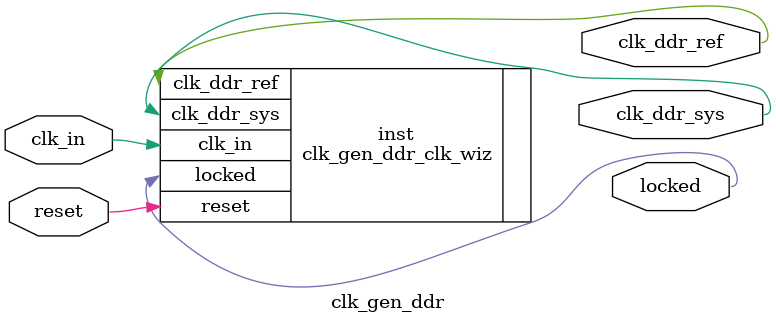
<source format=v>


`timescale 1ps/1ps

(* CORE_GENERATION_INFO = "clk_gen_ddr,clk_wiz_v6_0_3_0_0,{component_name=clk_gen_ddr,use_phase_alignment=true,use_min_o_jitter=false,use_max_i_jitter=false,use_dyn_phase_shift=false,use_inclk_switchover=false,use_dyn_reconfig=false,enable_axi=0,feedback_source=FDBK_AUTO,PRIMITIVE=MMCM,num_out_clk=2,clkin1_period=10.000,clkin2_period=10.000,use_power_down=false,use_reset=true,use_locked=true,use_inclk_stopped=false,feedback_type=SINGLE,CLOCK_MGR_TYPE=NA,manual_override=false}" *)

module clk_gen_ddr 
 (
  // Clock out ports
  output        clk_ddr_ref,
  output        clk_ddr_sys,
  // Status and control signals
  input         reset,
  output        locked,
 // Clock in ports
  input         clk_in
 );

  clk_gen_ddr_clk_wiz inst
  (
  // Clock out ports  
  .clk_ddr_ref(clk_ddr_ref),
  .clk_ddr_sys(clk_ddr_sys),
  // Status and control signals               
  .reset(reset), 
  .locked(locked),
 // Clock in ports
  .clk_in(clk_in)
  );

endmodule

</source>
